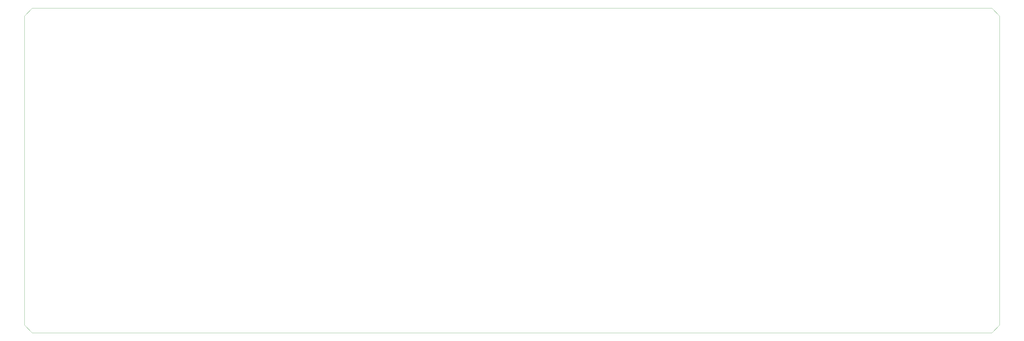
<source format=gbr>
G04 #@! TF.GenerationSoftware,KiCad,Pcbnew,(5.1.4)-1*
G04 #@! TF.CreationDate,2023-02-15T19:25:55+01:00*
G04 #@! TF.ProjectId,pcb,7063622e-6b69-4636-9164-5f7063625858,1.0*
G04 #@! TF.SameCoordinates,Original*
G04 #@! TF.FileFunction,Profile,NP*
%FSLAX46Y46*%
G04 Gerber Fmt 4.6, Leading zero omitted, Abs format (unit mm)*
G04 Created by KiCad (PCBNEW (5.1.4)-1) date 2023-02-15 19:25:55*
%MOMM*%
%LPD*%
G04 APERTURE LIST*
%ADD10C,0.050000*%
G04 APERTURE END LIST*
D10*
X24653500Y-119062500D02*
X21653500Y-122062500D01*
X24653500Y-244063000D02*
X393653500Y-244063000D01*
X24653500Y-244063000D02*
X21653500Y-241063000D01*
X396653500Y-122062500D02*
X396653500Y-241063000D01*
X396653500Y-241063000D02*
X393653500Y-244063000D01*
X393653500Y-119062500D02*
X24653500Y-119062500D01*
X396653500Y-122062500D02*
X393653500Y-119062500D01*
X21653500Y-241063000D02*
X21653500Y-122062500D01*
M02*

</source>
